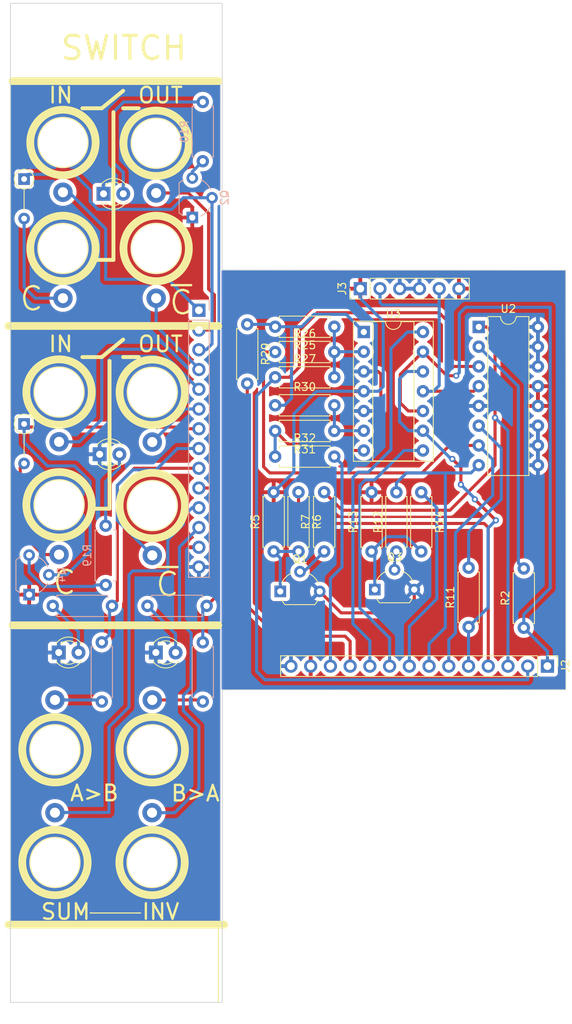
<source format=kicad_pcb>
(kicad_pcb (version 20221018) (generator pcbnew)
  (layers (0 "F.Cu" signal) (31 "B.Cu" signal) (34 "B.Paste" user) (35 "F.Paste" user) (36 "B.SilkS" user "B.Silkscreen") (37 "F.SilkS" user "F.Silkscreen") (38 "B.Mask" user) (39 "F.Mask" user) (44 "Edge.Cuts" user))
  (net 0 "")
  (net 1 "Net-(R2-Pad2)")
  (net 2 "GND")
  (net 3 "C1")
  (net 4 "Net-(D3-A)")
  (net 5 "Net-(R11-Pad2)")
  (net 6 "Net-(D6-A)")
  (net 7 "Net-(D7-A)")
  (net 8 "Net-(D8-A)")
  (net 9 "Net-(Q1-C)")
  (net 10 "Net-(Q1-B)")
  (net 11 "+12V")
  (net 12 "Net-(Q2-E)")
  (net 13 "Net-(Q3-C)")
  (net 14 "Net-(Q3-B)")
  (net 15 "Net-(Q4-E)")
  (net 16 "IN1")
  (net 17 "INV1")
  (net 18 "OUT1")
  (net 19 "Net-(R18-Pad2)")
  (net 20 "OUT2")
  (net 21 "Net-(R22-Pad2)")
  (net 22 "Net-(U3A--)")
  (net 23 "Net-(R25-Pad2)")
  (net 24 "SUM")
  (net 25 "Net-(U3B--)")
  (net 26 "Net-(R31-Pad2)")
  (net 27 "SUM_INV")
  (net 28 "C2")
  (net 29 "IN2")
  (net 30 "INV2")
  (net 31 "Net-(D2-A)")
  (net 32 "Net-(D5-A)")
  (net 33 "AB")
  (net 34 "BA")
  (net 35 "-12V")
  (footprint "LED_THT:LED_D3.0mm" (layer "F.Cu") (at 85.835 132)
    (fp_text reference "D8" hide)
    (fp_text value "LED")
  )
  (footprint "Package_DIP:DIP-14_W7.62mm_Socket" (layer "F.Cu") (at 112.6 90.775)
    (fp_text reference "U3")
    (fp_text value "TL074")
  )
  (footprint "LED_THT:LED_D3.0mm" (layer "F.Cu") (at 79.1 73)
    (fp_text reference "D3" hide)
    (fp_text value "LED")
  )
  (footprint "Resistor_THT:R_Axial_DIN0207_L6.3mm_D2.5mm_P7.62mm_Horizontal" (layer "F.Cu") (at 101.19 93.35)
    (fp_text reference "R26")
    (fp_text value "R")
  )
  (footprint "Resistor_THT:R_Axial_DIN0207_L6.3mm_D2.5mm_P7.62mm_Horizontal" (layer "F.Cu") (at 101.19 96.6)
    (fp_text reference "R27")
    (fp_text value "R")
  )
  (footprint "Resistor_THT:R_Axial_DIN0207_L6.3mm_D2.5mm_P7.62mm_Horizontal" (layer "F.Cu") (at 101 119 90)
    (fp_text reference "R5")
    (fp_text value "R")
  )
  (footprint "LED_THT:LED_D3.0mm" (layer "F.Cu") (at 78.6 106.5)
    (fp_text reference "D6" hide)
    (fp_text value "LED")
  )
  (footprint "Library:aux_flush" (layer "F.Cu") (at 72.84465 159 -90)
    (fp_text reference "U15" hide)
    (fp_text value "Aux_flush")
  )
  (footprint "Resistor_THT:R_Axial_DIN0207_L6.3mm_D2.5mm_P7.62mm_Horizontal" (layer "F.Cu") (at 104.2 111.38 -90)
    (fp_text reference "R6")
    (fp_text value "R")
  )
  (footprint "Library:aux_flush" (layer "F.Cu") (at 85.875 80.03035 90)
    (fp_text reference "U6" hide)
    (fp_text value "Aux_flush")
  )
  (footprint "Package_TO_SOT_THT:TO-92L_Wide" (layer "F.Cu") (at 101.85 124.14)
    (fp_text reference "Q1")
    (fp_text value "BC547")
  )
  (footprint "Resistor_THT:R_Axial_DIN0207_L6.3mm_D2.5mm_P7.62mm_Horizontal" (layer "F.Cu") (at 116.8 119.01 90)
    (fp_text reference "R12")
    (fp_text value "R")
  )
  (footprint "Resistor_THT:R_Axial_DIN0207_L6.3mm_D2.5mm_P7.62mm_Horizontal" (layer "F.Cu") (at 97.6 89.79 -90)
    (fp_text reference "R29")
    (fp_text value "R")
  )
  (footprint "Library:aux_flush" (layer "F.Cu") (at 85.34465 159 -90)
    (fp_text reference "U16" hide)
    (fp_text value "Aux_flush")
  )
  (footprint "Library:aux_flush" (layer "F.Cu") (at 72.84465 144.5 -90)
    (fp_text reference "U11" hide)
    (fp_text value "Aux_flush")
  )
  (footprint "Diode_THT:D_DO-34_SOD68_P5.08mm_Vertical_AnodeUp" (layer "F.Cu") (at 68.875 71.10533 -90)
    (fp_text reference "D2" hide)
    (fp_text value "D")
  )
  (footprint "Connector_PinHeader_2.54mm:PinHeader_1x14_P2.54mm_Vertical" (layer "F.Cu") (at 136.245 133.75 -90)
    (fp_text reference "J2")
    (fp_text value "Conn_01x14_Pin" hide)
  )
  (footprint "Resistor_THT:R_Axial_DIN0207_L6.3mm_D2.5mm_P7.62mm_Horizontal" (layer "F.Cu") (at 107.5 119 90)
    (fp_text reference "R7")
    (fp_text value "R")
  )
  (footprint "Library:aux_flush" (layer "F.Cu") (at 85.375 98.53035 90)
    (fp_text reference "U13" hide)
    (fp_text value "Aux_flush")
  )
  (footprint "Library:aux_flush" (layer "F.Cu") (at 85.375 113.1 90)
    (fp_text reference "U12" hide)
    (fp_text value "Aux_flush")
  )
  (footprint "Resistor_THT:R_Axial_DIN0207_L6.3mm_D2.5mm_P7.62mm_Horizontal" (layer "F.Cu") (at 101.19 106.8)
    (fp_text reference "R32")
    (fp_text value "R")
  )
  (footprint "Library:aux_flush" (layer "F.Cu") (at 73.375 98.5 90)
    (fp_text reference "U8" hide)
    (fp_text value "Aux_flush")
  )
  (footprint "Resistor_THT:R_Axial_DIN0207_L6.3mm_D2.5mm_P7.62mm_Horizontal" (layer "F.Cu") (at 120 111.39 -90)
    (fp_text reference "R14")
    (fp_text value "R")
  )
  (footprint "Resistor_THT:R_Axial_DIN0207_L6.3mm_D2.5mm_P7.62mm_Horizontal" (layer "F.Cu") (at 108.81 90.1 180)
    (fp_text reference "R25")
    (fp_text value "R")
  )
  (footprint "Resistor_THT:R_Axial_DIN0207_L6.3mm_D2.5mm_P7.62mm_Horizontal" (layer "F.Cu") (at 133.2 128.81 90)
    (fp_text reference "R2")
    (fp_text value "R")
  )
  (footprint "Library:aux_flush" (layer "F.Cu") (at 73.875 66.4 90)
    (fp_text reference "U4" hide)
    (fp_text value "Aux_flush")
  )
  (footprint "Resistor_THT:R_Axial_DIN0207_L6.3mm_D2.5mm_P7.62mm_Horizontal" (layer "F.Cu") (at 108.81 103.5 180)
    (fp_text reference "R31")
    (fp_text value "R")
  )
  (footprint "Library:aux_flush" (layer "F.Cu") (at 85.375 144.5 -90)
    (fp_text reference "U14" hide)
    (fp_text value "Aux_flush")
  )
  (footprint "MountingHole:MountingHole_3.2mm_M3" (layer "F.Cu") (at 90.5 174)
    (fp_text reference "REF**" hide)
    (fp_text value "MountingHole_3.2mm_M3")
  )
  (footprint "Connector_PinHeader_2.54mm:PinHeader_1x06_P2.54mm_Vertical" (layer "F.Cu") (at 112.15 85.2 90)
    (fp_text reference "J3")
    (fp_text value "Conn_01x06_Pin" hide)
  )
  (footprint "Package_TO_SOT_THT:TO-92L_Wide" (layer "F.Cu") (at 114.02 123.9)
    (fp_text reference "Q3")
    (fp_text value "BC547")
  )
  (footprint "LED_THT:LED_D3.0mm" (layer "F.Cu") (at 73.335 132)
    (fp_text reference "D7" hide)
    (fp_text value "LED")
  )
  (footprint "Diode_THT:D_DO-34_SOD68_P5.08mm_Vertical_AnodeUp" (layer "F.Cu") (at 68.875 102.60533 -90)
    (fp_text reference "D5" hide)
    (fp_text value "D" hide)
  )
  (footprint "Library:aux_flush" (layer "F.Cu") (at 85.875 66.5 90)
    (fp_text reference "U7" hide)
    (fp_text value "Aux_flush")
  )
  (footprint "Library:aux_flush" (layer "F.Cu") (at 73.375 113 90)
    (fp_text reference "U9" hide)
    (fp_text value "Aux_flush")
  )
  (footprint "Package_DIP:DIP-16_W7.62mm" (layer "F.Cu") (at 127.4 90.125)
    (fp_text reference "U2")
    (fp_text value "DG411xJ")
  )
  (footprint "Resistor_THT:R_Axial_DIN0207_L6.3mm_D2.5mm_P7.62mm_Horizontal" (layer "F.Cu") (at 126.1 128.71 90)
    (fp_text reference "R11")
    (fp_text value "R")
  )
  (footprint "MountingHole:MountingHole_3.2mm_M3" (layer "F.Cu") (at 90.5 51.55)
    (fp_text reference "REF**" hide)
    (fp_text value "MountingHole_3.2mm_M3")
  )
  (footprint "Resistor_THT:R_Axial_DIN0207_L6.3mm_D2.5mm_P7.62mm_Horizontal" (layer "F.Cu") (at 113.6 119.01 90)
    (fp_text reference "R13")
    (fp_text value "R")
  )
  (footprint "Resistor_THT:R_Axial_DIN0207_L6.3mm_D2.5mm_P7.62mm_Horizontal" (layer "F.Cu") (at 101.19 100.2)
    (fp_text reference "R30")
    (fp_text value "R")
  )
  (footprint "Library:aux_flush" (layer "F.Cu") (at 73.875 80.03035 90)
    (fp_text reference "U5" hide)
    (fp_text value "Aux_flush")
  )
  (footprint "Resistor_THT:R_Axial_DIN0207_L6.3mm_D2.5mm_P7.62mm_Horizontal" (layer "B.Cu") (at 91.875 130.69 -90)
    (fp_text reference "R22" hide)
    (fp_text value "R")
  )
  (footprint "Package_TO_SOT_THT:TO-92L_Wide" (layer "B.Cu") (at 69.525 124.55 90)
    (fp_text reference "Q4")
    (fp_text value "BC547")
  )
  (footprint "Resistor_THT:R_Axial_DIN0207_L6.3mm_D2.5mm_P7.62mm_Horizontal" (layer "B.Cu") (at 84.755 126)
    (fp_text reference "R21" hide)
    (fp_text value "R")
  )
  (footprint "Resistor_THT:R_Axial_DIN0207_L6.3mm_D2.5mm_P7.62mm_Horizontal" (layer "B.Cu") (at 72.565 126)
    (fp_text reference "R9" hide)
    (fp_text value "R")
  )
  (footprint "Resistor_THT:R_Axial_DIN0207_L6.3mm_D2.5mm_P7.62mm_Horizontal" (layer "B.Cu") (at 78.875 130.69 -90)
    (fp_text reference "R18" hide)
    (fp_text value "R")
  )
  (footprint "Resistor_THT:R_Axial_DIN0207_L6.3mm_D2.5mm_P7.62mm_Horizontal" (layer "B.Cu") (at 79.375 115.69 -90)
    (fp_text reference "R19")
    (fp_text value "R")
  )
  (footprint "Package_TO_SOT_THT:TO-92L_Wide" (layer "B.Cu") (at 90.525 76.05 90)
    (fp_text reference "Q2")
    (fp_text value "BC547")
  )
  (footprint "Resistor_THT:R_Axial_DIN0207_L6.3mm_D2.5mm_P7.62mm_Horizontal" (layer "B.Cu") (at 91.875 61.19 -90)
    (fp_text reference "R10")
    (fp_text value "R")
  )
  (footprint "Connector_PinHeader_2.54mm:PinHeader_1x14_P2.54mm_Vertical" (layer "B.Cu") (at 91.375 87.98 180)
    (fp_text reference "J1" hide)
    (fp_text value "Conn_01x14_Pin" hide)
  )
  (gr_line (start 79.875 113.5) (end 79.875 94.5) (stroke (width 0.5)) (layer "F.SilkS"))
  (gr_line (start 81.625 62) (end 83.625 62) (stroke (width 0.5)) (layer "F.SilkS"))
  (gr_line (start 80.375 81.5) (end 80.375 62.5) (stroke (width 0.5)) (layer "F.SilkS"))
  (gr_line (start 76.375 62) (end 78.875 62) (stroke (width 0.5)) (layer "F.SilkS"))
  (gr_line (start 93.875 177) (end 93.875 167) (stroke (width 0.15)) (layer "F.SilkS"))
  (gr_line (start 77.375 165.5) (end 83.875 165.5) (stroke (width 0.15)) (layer "F.SilkS"))
  (gr_line (start 86.125 121) (end 88.625 121) (stroke (width 0.3)) (layer "F.SilkS"))
  (gr_line (start 93.875 128.5) (end 67.375 128.5) (stroke (width 1)) (layer "F.SilkS"))
  (gr_line (start 81.625 94) (end 83.625 94) (stroke (width 0.5)) (layer "F.SilkS"))
  (gr_line (start 93.875 90) (end 66.875 90) (stroke (width 1)) (layer "F.SilkS"))
  (gr_line (start 78.875 62) (end 81.625 59.75) (stroke (width 0.5)) (layer "F.SilkS"))
  (gr_line (start 94.625 167) (end 66.875 167) (stroke (width 1)) (layer "F.SilkS"))
  (gr_line (start 67.375 58.5) (end 93.875 58.5) (stroke (width 1)) (layer "F.SilkS"))
  (gr_line (start 87.875 84.75) (end 90.375 84.75) (stroke (width 0.3)) (layer "F.SilkS"))
  (gr_line (start 78.875 94) (end 81.625 91.75) (stroke (width 0.5)) (layer "F.SilkS"))
  (gr_line (start 80.375 81.5) (end 77.875 81.5) (stroke (width 0.5)) (layer "F.SilkS"))
  (gr_line (start 76.375 94) (end 78.875 94) (stroke (width 0.5)) (layer "F.SilkS"))
  (gr_line (start 79.875 113.5) (end 77.375 113.5) (stroke (width 0.5)) (layer "F.SilkS"))
  (gr_line (start 138.6125 136.77625) (end 94.375 136.8) (stroke (width 0.1)) (layer "Edge.Cuts"))
  (gr_line (start 67.125 48.5) (end 67.125 177) (stroke (width 0.1)) (layer "Edge.Cuts"))
  (gr_line (start 94.35 82.7975) (end 138.5875 82.82375) (stroke (width 0.1)) (layer "Edge.Cuts"))
  (gr_line (start 94.375 48.5) (end 94.35 82.7975) (stroke (width 0.1)) (layer "Edge.Cuts"))
  (gr_line (start 138.5875 82.82375) (end 138.6125 136.77625) (stroke (width 0.1)) (layer "Edge.Cuts"))
  (gr_line (start 67.125 177) (end 94.375 177) (stroke (width 0.1)) (layer "Edge.Cuts"))
  (gr_line (start 67.125 48.5) (end 94.375 48.5) (stroke (width 0.1)) (layer "Edge.Cuts"))
  (gr_line (start 94.375 177) (end 94.375 136.8) (stroke (width 0.1)) (layer "Edge.Cuts"))
  (gr_text "OUT\n" (at 83.375 61.5) (layer "F.SilkS") (effects (font (size 2 2) (thickness 0.3)) (justify left bottom)))
  (gr_text "IN\n" (at 71.875 93.5) (layer "F.SilkS") (effects (font (size 2 2) (thickness 0.3)) (justify left bottom)))
  (gr_text "INV" (at 83.875 166.5) (layer "F.SilkS") (effects (font (size 2 2) (thickness 0.3)) (justify left bottom)))
  (gr_text "A>B" (at 74.625 151.25) (layer "F.SilkS") (effects (font (size 2 2) (thickness 0.3)) (justify left bottom)))
  (gr_text "SUM" (at 70.875 166.5) (layer "F.SilkS") (effects (font (size 2 2) (thickness 0.3)) (justify left bottom)))
  (gr_text "SWITCH" (at 73.375 56) (layer "F.SilkS") (effects (font (size 3 3) (thickness 0.4)) (justify left bottom)))
  (gr_text "C" (at 72.375 124.75) (layer "F.SilkS") (effects (font (size 3 3) (thickness 0.3)) (justify left bottom)))
  (gr_text "B>A" (at 87.625 151.28035) (layer "F.SilkS") (effects (font (size 2 2) (thickness 0.3)) (justify left bottom)))
  (gr_text "C" (at 87.375 88.75) (layer "F.SilkS") (effects (font (size 3 3) (thickness 0.3)) (justify left bottom)))
  (gr_text "OUT\n" (at 83.375 93.5) (layer "F.SilkS") (effects (font (size 2 2) (thickness 0.3)) (justify left bottom)))
  (gr_text "C" (at 85.625 125) (layer "F.SilkS") (effects (font (size 3 3) (thickness 0.3)) (justify left bottom)))
  (gr_text "C" (at 68.125 88.25) (layer "F.SilkS") (effects (font (size 3 3) (thickness 0.3)) (justify left bottom)))
  (gr_text "IN\n" (at 71.875 61.5) (layer "F.SilkS") (effects (font (size 2 2) (thickness 0.3)) (justify left bottom)))
  (segment (start 133.2 121.19) (end 132.5 120.49) (width 0.4) (layer "B.Cu") (net 1))
  (segment (start 132.5 120.49) (end 132.5 97.765) (width 0.4) (layer "B.Cu") (net 1))
  (segment (start 132.5 97.765) (end 127.4 92.665) (width 0.4) (layer "B.Cu") (net 1))
  (segment (start 114.455 95.855) (end 114.8 96.2) (width 0.4) (layer "F.Cu") (net 2))
  (segment (start 117.3 126.9) (end 109.69 126.9) (width 0.4) (layer "F.Cu") (net 2))
  (segment (start 112.6 95.855) (end 114.455 95.855) (width 0.4) (layer "F.Cu") (net 2))
  (segment (start 114.8 100.8) (end 114.665 100.935) (width 0.4) (layer "F.Cu") (net 2))
  (segment (start 119.1 125.1) (end 117.3 126.9) (width 0.4) (layer "F.Cu") (net 2))
  (segment (start 109.69 126.9) (end 106.93 124.14) (width 0.4) (layer "F.Cu") (net 2))
  (segment (start 119.1 123.9) (end 119.1 125.1) (width 0.4) (layer "F.Cu") (net 2))
  (segment (start 114.665 100.935) (end 112.6 100.935) (width 0.4) (layer "F.Cu") (net 2))
  (segment (start 114.8 96.2) (end 114.8 100.8) (width 0.4) (layer "F.Cu") (net 2))
  (segment (start 109.82 113.7) (end 123.7 113.7) (width 0.4) (layer "F.Cu") (net 3))
  (segment (start 123.7 113.7) (end 129.5 107.9) (width 0.4) (layer "F.Cu") (net 3))
  (segment (start 128.425 90.125) (end 127.4 90.125) (width 0.4) (layer "F.Cu") (net 3))
  (segment (start 129.5 107.9) (end 129.5 91.2) (width 0.4) (layer "F.Cu") (net 3))
  (segment (start 107.5 111.38) (end 109.82 113.7) (width 0.4) (layer "F.Cu") (net 3))
  (segment (start 129.5 91.2) (end 128.425 90.125) (width 0.4) (layer "F.Cu") (net 3))
  (via (at 129.5 101.8) (size 0.8) (drill 0.4) (layers "F.Cu" "B.Cu") (net 3))
  (segment (start 77.375 74) (end 78.375 75) (width 0.4) (layer "B.Cu") (net 3))
  (segment (start 78.375 75) (end 87.875 75) (width 0.4) (layer "B.Cu") (net 3))
  (segment (start 68.875 71) (end 69.375 70.5) (width 0.4) (layer "B.Cu") (net 3))
  (segment (start 77.375 72.5) (end 77.375 74) (width 0.4) (layer "B.Cu") (net 3))
  (segment (start 91.375 93.06) (end 92.315 93.06) (width 0.4) (layer "B.Cu") (net 3))
  (segment (start 93.065 92.31) (end 93.065 73.51) (width 0.4) (layer "B.Cu") (net 3))
  (segment (start 89.375 73.5) (end 89.385 73.51) (width 0.4) (layer "B.Cu") (net 3))
  (segment (start 68.875 71.10533) (end 68.875 71) (width 0.4) (layer "B.Cu") (net 3))
  (segment (start 87.875 75) (end 89.375 73.5) (width 0.4) (layer "B.Cu") (net 3))
  (segment (start 131.165 133.75) (end 131.165 103.465) (width 0.4) (layer "B.Cu") (net 3))
  (segment (start 131.165 103.465) (end 129.5 101.8) (width 0.4) (layer "B.Cu") (net 3))
  (segment (start 89.385 73.51) (end 93.065 73.51) (width 0.4) (layer "B.Cu") (net 3))
  (segment (start 92.315 93.06) (end 93.065 92.31) (width 0.4) (layer "B.Cu") (net 3))
  (segment (start 75.375 70.5) (end 77.375 72.5) (width 0.4) (layer "B.Cu") (net 3))
  (segment (start 69.375 70.5) (end 75.375 70.5) (width 0.4) (layer "B.Cu") (net 3))
  (segment (start 81.685 61.19) (end 80.375 62.5) (width 0.4) (layer "B.Cu") (net 4))
  (segment (start 81.64 73) (end 81.64 70.265) (width 0.4) (layer "B.Cu") (net 4))
  (segment (start 80.375 69) (end 80.375 62.5) (width 0.4) (layer "B.Cu") (net 4))
  (segment (start 81.64 70.265) (end 80.375 69) (width 0.4) (layer "B.Cu") (net 4))
  (segment (start 91.875 61.19) (end 81.685 61.19) (width 0.4) (layer "B.Cu") (net 4))
  (segment (start 127.4 102.825) (end 130.3 105.725) (width 0.4) (layer "B.Cu") (net 5))
  (segment (start 130.3 105.725) (end 130.3 112.3) (width 0.4) (layer "B.Cu") (net 5))
  (segment (start 130.3 112.3) (end 126.1 116.5) (width 0.4) (layer "B.Cu") (net 5))
  (segment (start 126.1 116.5) (end 126.1 121.09) (width 0.4) (layer "B.Cu") (net 5))
  (segment (start 79.375 110) (end 81.14 108.235) (width 0.4) (layer "B.Cu") (net 6))
  (segment (start 79.375 115.69) (end 79.375 110) (width 0.4) (layer "B.Cu") (net 6))
  (segment (start 81.14 108.235) (end 81.14 106.5) (width 0.4) (layer "B.Cu") (net 6))
  (segment (start 81.64 107) (end 81.14 106.5) (width 0.4) (layer "B.Cu") (net 6))
  (segment (start 75.875 129.31) (end 72.565 126) (width 0.4) (layer "B.Cu") (net 7))
  (segment (start 75.875 132) (end 75.875 129.31) (width 0.4) (layer "B.Cu") (net 7))
  (segment (start 88.375 129.62) (end 84.755 126) (width 0.4) (layer "B.Cu") (net 8))
  (segment (start 88.375 132) (end 88.375 129.62) (width 0.4) (layer "B.Cu") (net 8))
  (segment (start 101.85 124.14) (end 101.85 119.85) (width 0.4) (layer "B.Cu") (net 9))
  (segment (start 104.2 119) (end 101 119) (width 0.4) (layer "B.Cu") (net 9))
  (segment (start 101.85 119.85) (end 101 119) (width 0.4) (layer "B.Cu") (net 9))
  (segment (start 107.5 119) (end 104.9 121.6) (width 0.4) (layer "B.Cu") (net 10))
  (segment (start 104.9 121.6) (end 104.39 121.6) (width 0.4) (layer "B.Cu") (net 10))
  (segment (start 103.6 101.3) (end 103.6 108.78) (width 0.4) (layer "B.Cu") (net 11))
  (segment (start 112.6 98.395) (end 106.505 98.395) (width 0.4) (layer "B.Cu") (net 11))
  (segment (start 115.1 97.8) (end 115.1 89.4) (width 0.4) (layer "B.Cu") (net 11))
  (segment (start 115.1 89.4) (end 112.15 86.45) (width 0.4) (layer "B.Cu") (net 11))
  (segment (start 103.6 108.78) (end 101 111.38) (width 0.4) (layer "B.Cu") (net 11))
  (segment (start 106.505 98.395) (end 103.6 101.3) (width 0.4) (layer "B.Cu") (net 11))
  (segment (start 114.505 98.395) (end 115.1 97.8) (width 0.4) (layer "B.Cu") (net 11))
  (segment (start 112.15 86.45) (end 112.15 85.2) (width 0.4) (layer "B.Cu") (net 11))
  (segment (start 112.6 98.395) (end 114.505 98.395) (width 0.4) (layer "B.Cu") (net 11))
  (segment (start 90.525 70.16) (end 91.875 68.81) (width 0.4) (layer "B.Cu") (net 12))
  (segment (start 90.525 70.97) (end 90.525 70.16) (width 0.4) (layer "B.Cu") (net 12))
  (segment (start 118.09 117.1) (end 115.51 117.1) (width 0.4) (layer "B.Cu") (net 13))
  (segment (start 114.02 123.9) (end 114.02 119.43) (width 0.4) (layer "B.Cu") (net 13))
  (segment (start 120 119.01) (end 118.09 117.1) (width 0.4) (layer "B.Cu") (net 13))
  (segment (start 114.02 119.43) (end 113.6 119.01) (width 0.4) (layer "B.Cu") (net 13))
  (segment (start 115.51 117.1) (end 113.6 119.01) (width 0.4) (layer "B.Cu") (net 13))
  (segment (start 116.56 121.36) (end 116.56 119.25) (width 0.4) (layer "B.Cu") (net 14))
  (segment (start 116.56 119.25) (end 116.8 119.01) (width 0.4) (layer "B.Cu") (net 14))
  (segment (start 69.525 121.65) (end 71.375 123.5) (width 0.4) (layer "B.Cu") (net 15))
  (segment (start 77.875 123.5) (end 78.065 123.31) (width 0.4) (layer "B.Cu") (net 15))
  (segment (start 69.525 119.47) (end 69.525 121.65) (width 0.4) (layer "B.Cu") (net 15))
  (segment (start 71.375 123.5) (end 77.875 123.5) (width 0.4) (layer "B.Cu") (net 15))
  (segment (start 78.065 123.31) (end 79.375 123.31) (width 0.4) (layer "B.Cu") (net 15))
  (segment (start 120.22 100.935) (end 118.335 100.935) (width 0.4) (layer "F.Cu") (net 16))
  (segment (start 118.335 100.935) (end 117.3 99.9) (width 0.4) (layer "F.Cu") (net 16))
  (segment (start 120.22 93.315) (end 123.305 96.4) (width 0.4) (layer "F.Cu") (net 16))
  (segment (start 117.3 96.235) (end 120.22 93.315) (width 0.4) (layer "F.Cu") (net 16))
  (segment (start 117.3 99.9) (end 117.3 96.235) (width 0.4) (layer "F.Cu") (net 16))
  (segment (start 123.305 96.4) (end 124.5 96.4) (width 0.4) (layer "F.Cu") (net 16))
  (via (at 124.5 96.4) (size 0.8) (drill 0.4) (layers "F.Cu" "B.Cu") (net 16))
  (segment (start 136.245 131.855) (end 133.2 128.81) (width 0.4) (layer "B.Cu") (net 16))
  (segment (start 74.675 72.8) (end 79.375 77.5) (width 0.4) (layer "B.Cu") (net 16))
  (segment (start 124.9 96) (end 124.5 96.4) (width 0.4) (layer "B.Cu") (net 16))
  (segment (start 133.2 127.1) (end 136.6 123.7) (width 0.4) (layer "B.Cu") (net 16))
  (segment (start 79.375 77.5) (end 79.375 84) (width 0.4) (layer "B.Cu") (net 16))
  (segment (start 136.6 87.6) (end 125.7 87.6) (width 0.4) (layer "B.Cu") (net 16))
  (segment (start 79.375 84) (end 87.395 84) (width 0.4) (layer "B.Cu") (net 16))
  (segment (start 125.7 87.6) (end 124.9 88.4) (width 0.4) (layer "B.Cu") (net 16))
  (segment (start 124.9 88.4) (end 124.9 96) (width 0.4) (layer "B.Cu") (net 16))
  (segment (start 136.245 133.75) (end 136.245 131.855) (width 0.4) (layer "B.Cu") (net 16))
  (segment (start 133.2 128.81) (end 133.2 127.1) (width 0.4) (layer "B.Cu") (net 16))
  (segment (start 87.395 84) (end 91.375 87.98) (width 0.4) (layer "B.Cu") (net 16))
  (segment (start 136.6 123.7) (end 136.6 87.6) (width 0.4) (layer "B.Cu") (net 16))
  (segment (start 73.875 72.8) (end 74.675 72.8) (width 0.4) (layer "B.Cu") (net 16))
  (segment (start 128.1 115.4) (end 128.625 115.925) (width 0.4) (layer "F.Cu") (net 17))
  (segment (start 128.625 115.925) (end 128.625 133.75) (width 0.4) (layer "F.Cu") (net 17))
  (segment (start 105.9 115.4) (end 128.1 115.4) (width 0.4) (layer "F.Cu") (net 17))
  (segment (start 104.2 111.38) (end 104.2 113.7) (width 0.4) (layer "F.Cu") (net 17))
  (segment (start 104.2 113.7) (end 105.9 115.4) (width 0.4) (layer "F.Cu") (net 17))
  (segment (start 91.375 95.5) (end 85.875 90) (width 0.4) (layer "B.Cu") (net 17))
  (segment (start 85.875 90) (end 85.875 86.43035) (width 0.4) (layer "B.Cu") (net 17))
  (segment (start 91.375 95.6) (end 91.375 95.5) (width 0.4) (layer "B.Cu") (net 17))
  (segment (start 124.105 95.205) (end 127.4 95.205) (width 0.4) (layer "F.Cu") (net 18))
  (segment (start 92.855 90.52) (end 91.375 90.52) (width 0.4) (layer "F.Cu") (net 18))
  (segment (start 123.5 94.6) (end 124.105 95.205) (width 0.4) (layer "F.Cu") (net 18))
  (segment (start 93.375 90) (end 92.855 90.52) (width 0.4) (layer "F.Cu") (net 18))
  (segment (start 90.025 72.9) (end 92.625 75.5) (width 0.4) (layer "F.Cu") (net 18))
  (segment (start 103 96.6) (end 104.3 95.3) (width 0.4) (layer "F.Cu") (net 18))
  (segment (start 93.375 86) (end 93.375 90) (width 0.4) (layer "F.Cu") (net 18))
  (segment (start 104.3 90.6) (end 106.6 88.3) (width 0.4) (layer "F.Cu") (net 18))
  (segment (start 92.625 75.5) (end 92.625 85.25) (width 0.4) (layer "F.Cu") (net 18))
  (segment (start 101.19 96.6) (end 103 96.6) (width 0.4) (layer "F.Cu") (net 18))
  (segment (start 85.875 72.9) (end 90.025 72.9) (width 0.4) (layer "F.Cu") (net 18))
  (segment (start 106.6 88.3) (end 122.3 88.3) (width 0.4) (layer "F.Cu") (net 18))
  (segment (start 123.5 89.5) (end 123.5 94.6) (width 0.4) (layer "F.Cu") (net 18))
  (segment (start 122.3 88.3) (end 123.5 89.5) (width 0.4) (layer "F.Cu") (net 18))
  (segment (start 104.3 95.3) (end 104.3 90.6) (width 0.4) (layer "F.Cu") (net 18))
  (segment (start 92.625 85.25) (end 93.375 86) (width 0.4) (layer "F.Cu") (net 18))
  (segment (start 133.705 133.75) (end 133.705 135.5) (width 0.4) (layer "B.Cu") (net 18))
  (segment (start 99.875 135.5) (end 98.8 134.425) (width 0.4) (layer "B.Cu") (net 18))
  (segment (start 98.8 134.425) (end 98.8 98.99) (width 0.4) (layer "B.Cu") (net 18))
  (segment (start 98.8 98.99) (end 101.19 96.6) (width 0.4) (layer "B.Cu") (net 18))
  (segment (start 133.705 135.5) (end 99.875 135.5) (width 0.4) (layer "B.Cu") (net 18))
  (segment (start 72.84465 138.1) (end 78.665 138.1) (width 0.4) (layer "B.Cu") (net 19))
  (segment (start 78.665 138.1) (end 78.875 138.31) (width 0.4) (layer "B.Cu") (net 19))
  (segment (start 120.1 108.9) (end 123.635 105.365) (width 0.4) (layer "F.Cu") (net 20))
  (segment (start 100.5 108.9) (end 120.1 108.9) (width 0.4) (layer "F.Cu") (net 20))
  (segment (start 101.19 93.35) (end 99.85 93.35) (width 0.4) (layer "F.Cu") (net 20))
  (segment (start 99.7 93.5) (end 99.7 108.1) (width 0.4) (layer "F.Cu") (net 20))
  (segment (start 123.635 105.365) (end 127.4 105.365) (width 0.4) (layer "F.Cu") (net 20))
  (segment (start 99.7 108.1) (end 100.5 108.9) (width 0.4) (layer "F.Cu") (net 20))
  (segment (start 99.85 93.35) (end 99.7 93.5) (width 0.4) (layer "F.Cu") (net 20))
  (segment (start 129.2 111.8) (end 129.2 107.165) (width 0.4) (layer "B.Cu") (net 20))
  (segment (start 124.4 129.5) (end 124.4 116.6) (width 0.4) (layer "B.Cu") (net 20))
  (segment (start 124.4 116.6) (end 129.2 111.8) (width 0.4) (layer "B.Cu") (net 20))
  (segment (start 123.545 133.75) (end 123.545 130.355) (width 0.4) (layer "B.Cu") (net 20))
  (segment (start 123.545 130.355) (end 124.4 129.5) (width 0.4) (layer "B.Cu") (net 20))
  (segment (start 85.375 104.93035) (end 89.62535 100.68) (width 0.4) (layer "B.Cu") (net 20))
  (segment (start 89.62535 100.68) (end 91.375 100.68) (width 0.4) (layer "B.Cu") (net 20))
  (segment (start 129.2 107.165) (end 127.4 105.365) (width 0.4) (layer "B.Cu") (net 20))
  (segment (start 85.375 138.1) (end 91.665 138.1) (width 0.4) (layer "F.Cu") (net 21))
  (segment (start 91.665 138.1) (end 91.875 138.31) (width 0.4) (layer "F.Cu") (net 21))
  (segment (start 85.375 138.1) (end 85.90535 137.56965) (width 0.4) (layer "B.Cu") (net 21))
  (segment (start 108.81 90.1) (end 108.81 96.6) (width 0.4) (layer "B.Cu") (net 22))
  (segment (start 112.6 93.315) (end 108.845 93.315) (width 0.4) (layer "B.Cu") (net 22))
  (segment (start 108.845 93.315) (end 108.81 93.35) (width 0.4) (layer "B.Cu") (net 22))
  (segment (start 110.325 88.5) (end 112.6 90.775) (width 0.4) (layer "B.Cu") (net 23))
  (segment (start 103.2 90.1) (end 104.6 90.1) (width 0.4) (layer "B.Cu") (net 23))
  (segment (start 100.88 89.79) (end 101.19 90.1) (width 0.4) (layer "B.Cu") (net 23))
  (segment (start 104.6 90.1) (end 106.2 88.5) (width 0.4) (layer "B.Cu") (net 23))
  (segment (start 103.3 99.3) (end 103.3 90.2) (width 0.4) (layer "B.Cu") (net 23))
  (segment (start 101.19 100.2) (end 102.4 100.2) (width 0.4) (layer "B.Cu") (net 23))
  (segment (start 102.4 100.2) (end 103.3 99.3) (width 0.4) (layer "B.Cu") (net 23))
  (segment (start 101.19 90.1) (end 103.2 90.1) (width 0.4) (layer "B.Cu") (net 23))
  (segment (start 103.3 90.2) (end 103.2 90.1) (width 0.4) (layer "B.Cu") (net 23))
  (segment (start 97.6 89.79) (end 100.88 89.79) (width 0.4) (layer "B.Cu") (net 23))
  (segment (start 106.2 88.5) (end 110.325 88.5) (width 0.4) (layer "B.Cu") (net 23))
  (segment (start 110.2 129.9) (end 110.845 130.545) (width 0.4) (layer "F.Cu") (net 24))
  (segment (start 97.6 97.41) (end 97.6 126) (width 0.4) (layer "F.Cu") (net 24))
  (segment (start 101.5 129.9) (end 110.2 129.9) (width 0.4) (layer "F.Cu") (net 24))
  (segment (start 110.845 130.545) (end 110.845 133.75) (width 0.4) (layer "F.Cu") (net 24))
  (segment (start 97.6 126) (end 101.5 129.9) (width 0.4) (layer "F.Cu") (net 24))
  (segment (start 82.375 122) (end 82.375 139) (width 0.4) (layer "B.Cu") (net 24))
  (segment (start 89.375 114.5) (end 89.375 115.5) (width 0.4) (layer "B.Cu") (net 24))
  (segment (start 82.375 139) (end 79.80535 141.56965) (width 0.4) (layer "B.Cu") (net 24))
  (segment (start 90.495 113.38) (end 89.375 114.5) (width 0.4) (layer "B.Cu") (net 24))
  (segment (start 87.375 117.5) (end 87.375 121.5) (width 0.4) (layer "B.Cu") (net 24))
  (segment (start 82.875 121.5) (end 82.375 122) (width 0.4) (layer "B.Cu") (net 24))
  (segment (start 89.375 115.5) (end 87.375 117.5) (width 0.4) (layer "B.Cu") (net 24))
  (segment (start 79.80535 152.56965) (end 72.875 152.56965) (width 0.4) (layer "B.Cu") (net 24))
  (segment (start 72.875 152.56965) (end 72.84465 152.6) (width 0.4) (layer "B.Cu") (net 24))
  (segment (start 87.375 121.5) (end 82.875 121.5) (width 0.4) (layer "B.Cu") (net 24))
  (segment (start 91.375 113.38) (end 90.495 113.38) (width 0.4) (layer "B.Cu") (net 24))
  (segment (start 79.80535 141.56965) (end 79.80535 152.56965) (width 0.4) (layer "B.Cu") (net 24))
  (segment (start 108.835 103.475) (end 108.81 103.5) (width 0.4) (layer "B.Cu") (net 25))
  (segment (start 112.6 103.475) (end 108.835 103.475) (width 0.4) (layer "B.Cu") (net 25))
  (segment (start 108.81 100.2) (end 108.81 103.5) (width 0.4) (layer "B.Cu") (net 25))
  (segment (start 110.1 105.2) (end 102.89 105.2) (width 0.4) (layer "F.Cu") (net 26))
  (segment (start 110.915 106.015) (end 110.1 105.2) (width 0.4) (layer "F.Cu") (net 26))
  (segment (start 112.6 106.015) (end 110.915 106.015) (width 0.4) (layer "F.Cu") (net 26))
  (segment (start 102.89 105.2) (end 101.19 103.5) (width 0.4) (layer "F.Cu") (net 26))
  (segment (start 101.19 106.8) (end 101.19 103.5) (width 0.4) (layer "B.Cu") (net 26))
  (segment (start 90.375 136.5) (end 89.375 137.5) (width 0.4) (layer "B.Cu") (net 27))
  (segment (start 91.375 141.5) (end 91.375 149.5) (width 0.4) (layer "B.Cu") (net 27))
  (segment (start 89.375 137.5) (end 89.375 139.5) (width 0.4) (layer "B.Cu") (net 27))
  (segment (start 90.375 129.5) (end 90.375 136.5) (width 0.4) (layer "B.Cu") (net 27))
  (segment (start 108.305 122.495) (end 109.8 121) (width 0.4) (layer "B.Cu") (net 27))
  (segment (start 88.875 118.42) (end 88.875 128) (width 0.4) (layer "B.Cu") (net 27))
  (segment (start 91.375 115.92) (end 88.875 118.42) (width 0.4) (layer "B.Cu") (net 27))
  (segment (start 91.375 149.5) (end 88.275 152.6) (width 0.4) (layer "B.Cu") (net 27))
  (segment (start 88.875 128) (end 90.375 129.5) (width 0.4) (layer "B.Cu") (net 27))
  (segment (start 89.375 139.5) (end 91.375 141.5) (width 0.4) (layer "B.Cu") (net 27))
  (segment (start 109.8 107.79) (end 108.81 106.8) (width 0.4) (layer "B.Cu") (net 27))
  (segment (start 108.305 133.75) (end 108.305 122.495) (width 0.4) (layer "B.Cu") (net 27))
  (segment (start 88.275 152.6) (end 85.34465 152.6) (width 0.4) (layer "B.Cu") (net 27))
  (segment (start 109.8 121) (end 109.8 107.79) (width 0.4) (layer "B.Cu") (net 27))
  (segment (start 88.875 103) (end 69.26967 103) (width 0.4) (layer "F.Cu") (net 28))
  (segment (start 91.375 103.22) (end 89.095 103.22) (width 0.4) (layer "F.Cu") (net 28))
  (segment (start 69.26967 103) (end 68.875 102.60533) (width 0.4) (layer "F.Cu") (net 28))
  (segment (start 89.095 103.22) (end 88.875 103) (width 0.4) (layer "F.Cu") (net 28))
  (segment (start 116.8 111.39) (end 116.8 110.2) (width 0.4) (layer "B.Cu") (net 28))
  (segment (start 121.005 130.87) (end 123.1 128.775) (width 0.4) (layer "B.Cu") (net 28))
  (segment (start 71.875 108) (end 75.375 108) (width 0.4) (layer "B.Cu") (net 28))
  (segment (start 77.375 119) (end 74.365 122.01) (width 0.4) (layer "B.Cu") (net 28))
  (segment (start 77.375 110) (end 77.375 119) (width 0.4) (layer "B.Cu") (net 28))
  (segment (start 123.1 128.775) (end 123.1 108.9) (width 0.4) (layer "B.Cu") (net 28))
  (segment (start 121.005 133.75) (end 121.005 130.87) (width 0.4) (layer "B.Cu") (net 28))
  (segment (start 126.405 108.9) (end 127.4 107.905) (width 0.4) (layer "B.Cu") (net 28))
  (segment (start 74.365 122.01) (end 71.565 122.01) (width 0.4) (layer "B.Cu") (net 28))
  (segment (start 68.875 102.60533) (end 68.875 105) (width 0.4) (layer "B.Cu") (net 28))
  (segment (start 116.8 110.2) (end 118.1 108.9) (width 0.4) (layer "B.Cu") (net 28))
  (segment (start 75.375 108) (end 77.375 110) (width 0.4) (layer "B.Cu") (net 28))
  (segment (start 118.1 108.9) (end 123.1 108.9) (width 0.4) (layer "B.Cu") (net 28))
  (segment (start 68.875 105) (end 71.875 108) (width 0.4) (layer "B.Cu") (net 28))
  (segment (start 123.1 108.9) (end 126.405 108.9) (width 0.4) (layer "B.Cu") (net 28))
  (segment (start 129.6 115) (end 126.9 112.3) (width 0.4) (layer "F.Cu") (net 29))
  (segment (start 125.1 108.2) (end 124 107.1) (width 0.4) (layer "F.Cu") (net 29))
  (segment (start 125.1 110.4) (end 125.1 108.2) (width 0.4) (layer "F.Cu") (net 29))
  (via (at 125.1 110.4) (size 0.8) (drill 0.4) (layers "F.Cu" "B.Cu") (net 29))
  (via (at 129.6 115) (size 0.8) (drill 0.4) (layers "F.Cu" "B.Cu") (net 29))
  (via (at 126.9 112.3) (size 0.8) (drill 0.4) (layers "F.Cu" "B.Cu") (net 29))
  (via (at 124 107.1) (size 0.8) (drill 0.4) (layers "F.Cu" "B.Cu") (net 29))
  (segment (start 124 107.1) (end 124.1 107.2) (width 0.4) (layer "B.Cu") (net 29))
  (segment (start 86.235 93) (end 85.875 93) (width 0.4) (layer "B.Cu") (net 29))
  (segment (start 78.875 102) (end 78.875 94) (width 0.4) (layer "B.Cu") (net 29))
  (segment (start 126.9 112.3) (end 126.9 112.2) (width 0.4) (layer "B.Cu") (net 29))
  (segment (start 117.2 102.3) (end 118.375 103.475) (width 0.4) (layer "B.Cu") (net 29))
  (segment (start 117.2 96.8) (end 117.2 102.3) (width 0.4) (layer "B.Cu") (net 29))
  (segment (start 120.22 95.855) (end 118.145 95.855) (width 0.4) (layer "B.Cu") (net 29))
  (segment (start 129.6 115) (end 128.6 116) (width 0.4) (layer "B.Cu") (net 29))
  (segment (start 73.375 104.9) (end 75.975 104.9) (width 0.4) (layer "B.Cu") (net 29))
  (segment (start 128.6 126.21) (end 126.1 128.71) (width 0.4) (layer "B.Cu") (net 29))
  (segment (start 128.6 116) (end 128.6 126.21) (width 0.4) (layer "B.Cu") (net 29))
  (segment (start 91.375 98.14) (end 86.235 93) (width 0.4) (layer "B.Cu") (net 29))
  (segment (start 85.875 93) (end 79.875 93) (width 0.4) (layer "B.Cu") (net 29))
  (segment (start 126.9 112.2) (end 125.1 110.4) (width 0.4) (layer "B.Cu") (net 29))
  (segment (start 118.145 95.855) (end 117.2 96.8) (width 0.4) (layer "B.Cu") (net 29))
  (segment (start 118.375 103.475) (end 120.22 103.475) (width 0.4) (layer "B.Cu") (net 29))
  (segment (start 123.945 107.2) (end 124 107.1) (width 0.4) (layer "B.Cu") (net 29))
  (segment (start 120.22 103.475) (end 123.945 107.2) (width 0.4) (layer "B.Cu") (net 29))
  (segment (start 78.875 94) (end 79.875 93) (width 0.4) (layer "B.Cu") (net 29))
  (segment (start 126.085 133.75) (end 126.085 128.725) (width 0.4) (layer "B.Cu") (net 29))
  (segment (start 75.975 104.9) (end 78.875 102) (width 0.4) (layer "B.Cu") (net 29))
  (segment (start 126.085 128.725) (end 126.1 128.71) (width 0.4) (layer "B.Cu") (net 29))
  (segment (start 91.375 105.76) (end 88.615 105.76) (width 0.4) (layer "B.Cu") (net 30))
  (segment (start 122 125.1) (end 118.465 128.635) (width 0.4) (layer "B.Cu") (net 30))
  (segment (start 122 113.39) (end 122 125.1) (width 0.4) (layer "B.Cu") (net 30))
  (segment (start 88.615 105.76) (end 85.875 108.5) (width 0.4) (layer "B.Cu") (net 30))
  (segment (start 120 111.39) (end 122 113.39) (width 0.4) (layer "B.Cu") (net 30))
  (segment (start 85.375 119.5) (end 80.875 115) (width 0.4) (layer "B.Cu") (net 30))
  (segment (start 82.875 108.5) (end 85.875 108.5) (width 0.4) (layer "B.Cu") (net 30))
  (segment (start 118.465 128.635) (end 118.465 133.75) (width 0.4) (layer "B.Cu") (net 30))
  (segment (start 80.875 115) (end 80.875 110.5) (width 0.4) (layer "B.Cu") (net 30))
  (segment (start 80.875 110.5) (end 82.875 108.5) (width 0.4) (layer "B.Cu") (net 30))
  (segment (start 73.875 86.43035) (end 70.30535 86.43035) (width 0.4) (layer "B.Cu") (net 31))
  (segment (start 70.30535 86.43035) (end 68.875 85) (width 0.4) (layer "B.Cu") (net 31))
  (segment (start 68.875 85) (end 68.875 76.18533) (width 0.4) (layer "B.Cu") (net 31))
  (segment (start 68.375 116.5) (end 68.375 108.18533) (width 0.4) (layer "F.Cu") (net 32))
  (segment (start 73.375 119.4) (end 71.275 119.4) (width 0.4) (layer "F.Cu") (net 32))
  (segment (start 71.275 119.4) (end 68.375 116.5) (width 0.4) (layer "F.Cu") (net 32))
  (segment (start 68.375 108.18533) (end 68.875 107.68533) (width 0.4) (layer "F.Cu") (net 32))
  (segment (start 83.075 108.3) (end 80.875 110.5) (width 0.4) (layer "F.Cu") (net 33))
  (segment (start 80.875 125.31) (end 80.185 126) (width 0.4) (layer "F.Cu") (net 33))
  (segment (start 91.375 108.3) (end 83.075 108.3) (width 0.4) (layer "F.Cu") (net 33))
  (segment (start 80.875 110.5) (end 80.875 125.31) (width 0.4) (layer "F.Cu") (net 33))
  (segment (start 115.925 130.125) (end 115.925 133.75) (width 0.4) (layer "B.Cu") (net 33))
  (segment (start 114 109.8) (end 112.8 109.8) (width 0.4) (layer "B.Cu") (net 33))
  (segment (start 120.22 106.015) (end 117.785 106.015) (width 0.4) (layer "B.Cu") (net 33))
  (segment (start 112.1 126.3) (end 115.925 130.125) (width 0.4) (layer "B.Cu") (net 33))
  (segment (start 117.785 106.015) (end 114 109.8) (width 0.4) (layer "B.Cu") (net 33))
  (segment (start 112.8 109.8) (end 112.1 110.5) (width 0.4) (layer "B.Cu") (net 33))
  (segment (start 78.875 130.69) (end 79.875 129.69) (width 0.4) (layer "B.Cu") (net 33))
  (segment (start 79.875 126.31) (end 80.185 126) (width 0.4) (layer "B.Cu") (net 33))
  (segment (start 79.875 129.69) (end 79.875 126.31) (width 0.4) (layer "B.Cu") (net 33))
  (segment (start 112.1 110.5) (end 112.1 126.3) (width 0.4) (layer "B.Cu") (net 33))
  (segment (start 93.375 125) (end 92.375 126) (width 0.4) (layer "F.Cu") (net 34))
  (segment (start 93.375 111) (end 93.375 125) (width 0.4) (layer "F.Cu") (net 34))
  (segment (start 91.375 110.84) (end 93.215 110.84) (width 0.4) (layer "F.Cu") (net 34))
  (segment (start 93.215 110.84) (end 93.375 111) (width 0.4) (layer "F.Cu") (net 34))
  (segment (start 91.875 130.69) (end 91.875 126.5) (width 0.4) (layer "B.Cu") (net 34))
  (segment (start 120.22 90.775) (end 118.225 90.775) (width 0.4) (layer "B.Cu") (net 34))
  (segment (start 111.2 128.3) (end 113.385 130.485) (width 0.4) (layer "B.Cu") (net 34))
  (segment (start 111.2 109.5) (end 111.2 128.3) (width 0.4) (layer "B.Cu") (net 34))
  (segment (start 113.2 108.8) (end 111.9 108.8) (width 0.4) (layer "B.Cu") (net 34))
  (segment (start 113.385 130.485) (end 113.385 133.75) (width 0.4) (layer "B.Cu") (net 34))
  (segment (start 91.875 126.5) (end 92.375 126) (width 0.4) (layer "B.Cu") (net 34))
  (segment (start 111.9 108.8) (end 111.2 109.5) (width 0.4) (layer "B.Cu") (net 34))
  (segment (start 116.1 105.9) (end 113.2 108.8) (width 0.4) (layer "B.Cu") (net 34))
  (segment (start 116.1 92.9) (end 116.1 105.9) (width 0.4) (layer "B.Cu") (net 34))
  (segment (start 118.225 90.775) (end 116.1 92.9) (width 0.4) (layer "B.Cu") (net 34))
  (segment (start 126.75 98.395) (end 127.4 97.745) (width 0.4) (layer "F.Cu") (net 35))
  (segment (start 120.22 98.395) (end 126.75 98.395) (width 0.4) (layer "F.Cu") (net 35))
  (segment (start 114.69 86.99) (end 114.69 85.2) (width 0.4) (layer "B.Cu") (net 35))
  (segment (start 121.57 98.395) (end 122.31 97.655) (width 0.4) (layer "B.Cu") (net 35))
  (segment (start 122.31 87.3) (end 122.31 97.655) (width 0.4) (layer "B.Cu") (net 35))
  (segment (start 122.31 87.3) (end 115 87.3) (width 0.4) (layer "B.Cu") (net 35))
  (segment (start 120.22 98.395) (end 121.57 98.395) (width 0.4) (layer "B.Cu") (net 35))
  (segment (start 122.31 85.2) (end 122.31 87.3) (width 0.4) (layer "B.Cu") (net 35))
  (segment (start 115 87.3) (end 114.69 86.99) (width 0.4) (layer "B.Cu") (net 35))
  (zone (net 11) (net_name "+12V") (layer "F.Cu") (connect_pads (clearance 0.5)) (min_thickness 0.25) (fill yes (thermal_gap 0.5) (thermal_bridge_width 0.5))
    (polygon (pts (xy 94.3 82.8) (xy 138.6 82.8) (xy 138.6 136.8) (xy 94.3 136.8)))
  )
  (zone (net 11) (net_name "+12V") (layer "F.Cu") (priority 1) (connect_pads (clearance 0.5)) (min_thickness 0.25) (fill yes (thermal_gap 0.5) (thermal_bridge_width 0.5))
    (polygon (pts (xy 94.125 58.5) (xy 94.125 167) (xy 67.125 167) (xy 67.125 58.5)))
  )
  (zone (net 2) (net_name "GND") (layer "B.Cu") (priority 1) (connect_pads (clearance 0.5)) (min_thickness 0.25) (fill yes (thermal_gap 0.5) (thermal_bridge_width 0.5))
    (polygon (pts (xy 94.125 58.5) (xy 94.125 167) (xy 67.125 167) (xy 67.125 58.5)))
  )
  (zone (net 2) (net_name "GND") (layer "B.Cu") (connect_pads (clearance 0.5)) (min_thickness 0.25) (fill yes (thermal_gap 0.5) (thermal_bridge_width 0.5))
    (polygon (pts (xy 94.3 82.8) (xy 138.6 82.8) (xy 138.6 136.8) (xy 94.3 136.8)))
  )
)
</source>
